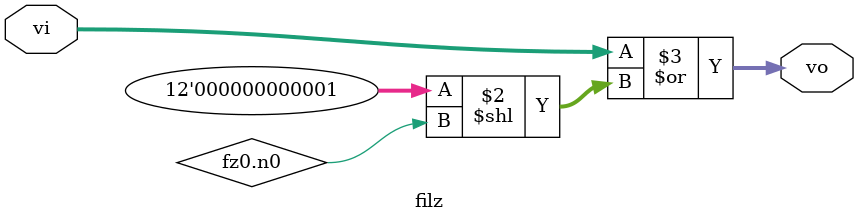
<source format=v>
module QUEEN(
    //Input Port
    clk,
    rst_n,

    in_valid,
    col,
    row,

    in_valid_num,
    in_num,

    out_valid,
    out,

    );

input               clk, rst_n, in_valid,in_valid_num;
input       [3:0]   col,row;
input       [2:0]   in_num;

output reg          out_valid;
output reg  [3:0]   out;

//==============================================//
//             Parameter and Integer            //
//==============================================//

parameter idle = 3'd0;
parameter init = 3'd1;
parameter dots = 3'd2;
parameter find = 3'd3;
parameter over = 3'd5;

//==============================================//
//                 reg declaration              //
//==============================================//

reg [2:0] cst, nst;
reg [11:0] mdot [11:0]; // dot map
reg rfok; // state find ok 1: go dots, 2: go back, 3: go over;
reg rinok; // if input number is fix
reg bakf;
reg [31:0] r0;
reg [3:0] ricol;
reg [3:0] rirow;
reg [2:0] rinum;
reg roval;
reg [3:0] roout;
reg [3:0] icol [5:0]; // input data
reg [3:0] irow [5:0];
reg [2:0] inum; // input number
reg [3:0] pcol [10:0]; // position
reg [3:0] prow [10:0];
reg [3:0] pnum; // position counter
reg [3:0] rdot [11:0]; // additional dots 
wire [3:0] w0 [11:0];
wire [3:0] wfz;
wire [23:0] wicol;
wire [23:0] wirow;
wire [43:0] wpcol;
wire [43:0] wprow;
wire [47:0] wrdot;
wire [3:0] wrtoo [11:0];
wire [3:0] wover;
wire [3:0] wpnso;

//==============================================//
//            FSM State Declaration             //
//==============================================//
//current_state

//next_state

always @(posedge clk or negedge rst_n) begin
    if(!rst_n) begin
        cst <= idle; // reset everything
        ricol <= 4'b0;
        rirow <= 4'b0;
        rinum <= 3'b0;
        out_valid <= 1'b0;
        out <= 4'b0;
    end
    else begin
        cst <= nst;
        ricol <= col;
        rirow <= row;
        rinum <= in_num;
        out_valid <= roval;
        out <= roout;
    end
end

always @(*) begin
    case(cst)
    idle:
    if(!rst_n) begin
        nst <= idle;
    end
    else if(in_valid) begin
        nst <= init;
    end
    else begin
        nst <= idle;
    end

    init:
    if(!rst_n) begin
        nst <= idle;
    end
    else if(in_valid) begin
        nst <= init;
    end
    else begin
        nst <= dots;
    end

    dots:
    if(!rst_n) begin
        nst <= idle;
    end
    else begin
        nst <= find;
    end

    find:
    if(!rst_n) begin
        nst <= idle;
    end
    else if(rfok) begin 
        nst <= over;
    end
    else begin
        nst <= dots;
    end

    over:
    if(!rst_n) begin
        nst <= idle;
    end
    else if(r0 == 4'd11) begin
        nst <= idle;
    end
    else begin
        nst <= over;
    end

    default:
    nst <= idle;
    endcase
end

always @(posedge clk or negedge rst_n) begin
    if(!rst_n) begin
        mdot[0] <= 12'b0; mdot[1] <= 12'b0; mdot[2] <= 12'b0; mdot[3] <= 12'b0;
        mdot[4] <= 12'b0; mdot[5] <= 12'b0; mdot[6] <= 12'b0; mdot[7] <= 12'b0;
        mdot[8] <= 12'b0; mdot[9] <= 12'b0; mdot[10] <= 12'b0; mdot[11] <= 12'b0;
        rfok <= 1'b0;
        rinok <= 1'b0;
        bakf <= 1'b0;
        r0 <= 32'b0;
        icol[0] <= 4'd15; icol[1] <= 4'd15; icol[2] <= 4'd15;
        icol[3] <= 4'd15; icol[4] <= 4'd15; icol[5] <= 4'd15;
        irow[0] <= 4'd15; irow[1] <= 4'd15; irow[2] <= 4'd15;
        irow[3] <= 4'd15; irow[4] <= 4'd15; irow[5] <= 4'd15;
        inum <= 3'b0;
        pcol[0] <= 4'd15; pcol[1] <= 4'd15; pcol[2] <= 4'd15; pcol[3] <= 4'd15;
        pcol[4] <= 4'd15; pcol[5] <= 4'd15; pcol[6] <= 4'd15; pcol[7] <= 4'd15;
        pcol[8] <= 4'd15; pcol[9] <= 4'd15; pcol[10] <= 4'd15;
        prow[0] <= 4'd15; prow[1] <= 4'd15; prow[2] <= 4'd15; prow[3] <= 4'd15;
        prow[4] <= 4'd15; prow[5] <= 4'd15; prow[6] <= 4'd15; prow[7] <= 4'd15;
        prow[8] <= 4'd15; prow[9] <= 4'd15; prow[10] <= 4'd15;
        pnum <= 4'b0;
        rdot[0] <= 4'b0; rdot[1] <= 4'b0; rdot[2] <= 4'b0; rdot[3] <= 4'b0;
        rdot[4] <= 4'b0; rdot[5] <= 4'b0; rdot[6] <= 4'b0; rdot[7] <= 4'b0;
        rdot[8] <= 4'b0; rdot[9] <= 4'b0; rdot[10] <= 4'b0; rdot[11] <= 4'b0;
        roval <= 1'b0;
        roout <= 4'b0;
    end
    else if(cst == init) begin
        if(rinok) ;
        else begin
            inum <= rinum;
            r0 <= 32'd0;
            rinok <= 1'b1;
        end
        icol[r0] <= ricol;
        irow[r0] <= rirow;
        r0 <= r0 + 32'd1;
    end
    else if(cst == dots) begin
        mdot[0] <= rtom0.wout[11:0];
        mdot[1] <= rtom0.wout[23:12];
        mdot[2] <= rtom0.wout[35:24];
        mdot[3] <= rtom0.wout[47:36];
        mdot[4] <= rtom0.wout[59:48];
        mdot[5] <= rtom0.wout[71:60];
        mdot[6] <= rtom0.wout[83:72];
        mdot[7] <= rtom0.wout[95:84];
        mdot[8] <= rtom0.wout[107:96];
        mdot[9] <= rtom0.wout[119:108];
        mdot[10] <= rtom0.wout[131:120];
        mdot[11] <= rtom0.wout[143:132];
    end
    else if(cst == find) begin
        if(wover == 4'd12) begin
                r0 <= 32'd0;
                rfok <= 1'b1;
        end
        else if(wfz == 4'd15) begin
            rdot[pcol[wpnso]] <= (rdot[pcol[wpnso]] + 4'b1);
            rdot[pcol[pnum]] <= (bakf)?4'b0:rdot[pcol[pnum]];
            pnum <= wpnso;
            bakf <= 1'b1;
            rfok <= 1'b0;
        end
        else begin
            pcol[pnum] <= fz0.n0;
            prow[pnum] <= wfz;
            pnum <= pnum + 1;
            rfok <= 1'b0;
            bakf <= 1'b0;
        end
    end
    else if (cst == over) begin
        roval <= 1'b1;
        r0 <= r0 + 32'b1;
        roout <= wrtoo[r0];
    end
    else begin
        rfok <= 1'b0;
        rinok <= 1'b0;
        bakf <= 1'b0;
        r0 <= 32'b0;
        icol[0] <= 4'd15; icol[1] <= 4'd15; icol[2] <= 4'd15;
        icol[3] <= 4'd15; icol[4] <= 4'd15; icol[5] <= 4'd15;
        irow[0] <= 4'd15; irow[1] <= 4'd15; irow[2] <= 4'd15;
        irow[3] <= 4'd15; irow[4] <= 4'd15; irow[5] <= 4'd15;
        inum <= 3'b0;
        pcol[0] <= 4'd15; pcol[1] <= 4'd15; pcol[2] <= 4'd15; pcol[3] <= 4'd15;
        pcol[4] <= 4'd15; pcol[5] <= 4'd15; pcol[6] <= 4'd15; pcol[7] <= 4'd15;
        pcol[8] <= 4'd15; pcol[9] <= 4'd15; pcol[10] <= 4'd15;
        prow[0] <= 4'd15; prow[1] <= 4'd15; prow[2] <= 4'd15; prow[3] <= 4'd15;
        prow[4] <= 4'd15; prow[5] <= 4'd15; prow[6] <= 4'd15; prow[7] <= 4'd15;
        prow[8] <= 4'd15; prow[9] <= 4'd15; prow[10] <= 4'd15;
        pnum <= 4'b0;
        rdot[0] <= 4'b0; rdot[1] <= 4'b0; rdot[2] <= 4'b0; rdot[3] <= 4'b0;
        rdot[4] <= 4'b0; rdot[5] <= 4'b0; rdot[6] <= 4'b0; rdot[7] <= 4'b0;
        rdot[8] <= 4'b0; rdot[9] <= 4'b0; rdot[10] <= 4'b0; rdot[11] <= 4'b0;
        roval <= 1'b0;
        roout <= 4'b0;
    end
end

//==============================================//
//                  Input Block                 //
//==============================================//

ptom rtom0(.wicol(wicol), .wirow(wirow), .inum(inum), .wpcol(wpcol), .wprow(wprow), .pnum(pnum), .wrdot(wrdot), .wout());
ptor ptor0(.wicol(wicol), .inum(inum), .wpcol(wpcol), .pnum(pnum), .rcol());
fz fz0(.rc(ptor0.rcol), .n0());
genvar i10;
generate
    for(i10 = 0; i10 < 12; i10 = i10+1) begin: fl10
        fz fz1(.rc(mdot[i10]), .n0());
        assign w0[i10] = fz1.n0;
    end
endgenerate
assign wfz = w0[fz0.n0];
ptoo rtoo0(.wicol(wicol), .wirow(wirow), .inum(inum), .wpcol(wpcol), .wprow(wprow), .pnum(pnum), .wout());
assign wicol[3:0]   = icol[0]; assign wicol[7:4]   = icol[1]; assign wicol[11:8]  = icol[2];
assign wicol[15:12] = icol[3]; assign wicol[19:16] = icol[4]; assign wicol[23:20] = icol[5];
assign wirow[3:0]   = irow[0]; assign wirow[7:4]   = irow[1]; assign wirow[11:8]  = irow[2];
assign wirow[15:12] = irow[3]; assign wirow[19:16] = irow[4]; assign wirow[23:20] = irow[5];
assign wpcol[3:0]   = pcol[0]; assign wpcol[7:4]   = pcol[1]; assign wpcol[11:8]  = pcol[2]; assign wpcol[15:12] = pcol[3];
assign wpcol[19:16] = pcol[4]; assign wpcol[23:20] = pcol[5]; assign wpcol[27:24] = pcol[6]; assign wpcol[31:28] = pcol[7];
assign wpcol[35:32] = pcol[8]; assign wpcol[39:36] = pcol[9]; assign wpcol[43:40] = pcol[10];
assign wprow[3:0]   = prow[0]; assign wprow[7:4]   = prow[1]; assign wprow[11:8]  = prow[2]; assign wprow[15:12] = prow[3];
assign wprow[19:16] = prow[4]; assign wprow[23:20] = prow[5]; assign wprow[27:24] = prow[6]; assign wprow[31:28] = prow[7];
assign wprow[35:32] = prow[8]; assign wprow[39:36] = prow[9]; assign wprow[43:40] = prow[10];
assign wrdot[3:0]   = rdot[0]; assign wrdot[7:4]   = rdot[1]; assign wrdot[11:8]  = rdot[2]; assign wrdot[15:12] = rdot[3];
assign wrdot[19:16] = rdot[4]; assign wrdot[23:20] = rdot[5]; assign wrdot[27:24] = rdot[6]; assign wrdot[31:28] = rdot[7];
assign wrdot[35:32] = rdot[8]; assign wrdot[39:36] = rdot[9]; assign wrdot[43:40] = rdot[10]; assign wrdot[47:44] = rdot[11];
assign wrtoo[0] = rtoo0.wout[3:0]; assign wrtoo[1] =   rtoo0.wout[7:4]; assign wrtoo[2] =  rtoo0.wout[11:8]; assign wrtoo[3] = rtoo0.wout[15:12];
assign wrtoo[4] = rtoo0.wout[19:16]; assign wrtoo[5] = rtoo0.wout[23:20]; assign wrtoo[6] = rtoo0.wout[27:24]; assign wrtoo[7] = rtoo0.wout[31:28];
assign wrtoo[8] = rtoo0.wout[35:32]; assign wrtoo[9] = rtoo0.wout[39:36]; assign wrtoo[10] = rtoo0.wout[43:40]; assign wrtoo[11] = rtoo0.wout[47:44];
assign wover = {1'b0, inum} + pnum;
assign wpnso = pnum - 4'b1;
//GOOD LUCKY

endmodule 

module fz(rc, n0);
input wire [11:0] rc;
output reg [3:0] n0;

always @(*) begin
if(!rc[0])      n0 <= 4'd0;
else if(!rc[1]) n0 <= 4'd1;
else if(!rc[2]) n0 <= 4'd2;
else if(!rc[3]) n0 <= 4'd3;
else if(!rc[4]) n0 <= 4'd4;
else if(!rc[5]) n0 <= 4'd5;
else if(!rc[6]) n0 <= 4'd6;
else if(!rc[7]) n0 <= 4'd7;
else if(!rc[8]) n0 <= 4'd8;
else if(!rc[9]) n0 <= 4'd9;
else if(!rc[10]) n0 <= 4'd10;
else if(!rc[11]) n0 <= 4'd11;
else            n0 <= 4'd15;
end
endmodule

module ptor(wicol, inum, wpcol, pnum, rcol);
input wire [23:0] wicol;
input wire [43:0] wpcol;
input wire [2:0] inum;
input wire [3:0] pnum;
output wire [11:0] rcol;

wire [6:0] w0;
wire [11:0] w1;
wire [3:0] icol [5:0];
wire [3:0] pcol [10:0];
assign w0 = (7'b1 << inum) - 1; // decode
assign w1 = (11'b1 << pnum) - 1;
assign icol[0] =   wicol[3:0]; assign icol[1] =   wicol[7:4]; assign icol[2] =  wicol[11:8];
assign icol[3] = wicol[15:12]; assign icol[4] = wicol[19:16]; assign icol[5] = wicol[23:20];
assign pcol[0] =   wpcol[3:0]; assign pcol[1] =   wpcol[7:4]; assign pcol[2] =  wpcol[11:8]; assign pcol[3] = wpcol[15:12];
assign pcol[4] = wpcol[19:16]; assign pcol[5] = wpcol[23:20]; assign pcol[6] = wpcol[27:24]; assign pcol[7] = wpcol[31:28];
assign pcol[8] = wpcol[35:32]; assign pcol[9] = wpcol[39:36]; assign pcol[10] = wpcol[43:40];
genvar i0, i1, i2;
generate
    for(i0 = 0; i0 < 12; i0 = i0+1) begin: ptor_fl0
        wire [5:0] w2;
        wire [10:0] w3;
        for(i1 = 0; i1 < 6; i1 = i1+1) begin: ptor_fl1
            assign w2[i1] = (icol[i1] == i0) && w0[i1];
        end
        for(i2 = 0; i2 < 11; i2 = i2+1) begin: ptor_fl2
            assign w3[i2] = (pcol[i2] == i0) && w1[i2];
        end
        assign rcol[i0] = w2[0]||w2[1]||w2[2]||w2[3]||w2[4]||w2[5]||w3[0]||w3[1]||w3[2]||w3[3]||w3[4]||w3[5]||w3[6]||w3[7]||w3[8]||w3[9]||w3[10];
    end
endgenerate
endmodule

module ptoo(wicol, wirow, inum, wpcol, wprow, pnum, wout);
input wire [23:0] wirow, wicol;
input wire [43:0] wprow, wpcol;
input wire [2:0] inum;
input wire [3:0] pnum;
output wire [47:0] wout;

wire [3:0] icol [5:0];
wire [3:0] irow [5:0];
wire [3:0] pcol [10:0];
wire [3:0] prow [10:0];
wire [3:0] rout [11:0];
assign icol[0] =   wicol[3:0]; assign icol[1] =   wicol[7:4]; assign icol[2] =  wicol[11:8];
assign icol[3] = wicol[15:12]; assign icol[4] = wicol[19:16]; assign icol[5] = wicol[23:20];
assign irow[0] =   wirow[3:0]; assign irow[1] =   wirow[7:4]; assign irow[2] =  wirow[11:8];
assign irow[3] = wirow[15:12]; assign irow[4] = wirow[19:16]; assign irow[5] = wirow[23:20];
assign pcol[0] =   wpcol[3:0]; assign pcol[1] =   wpcol[7:4]; assign pcol[2] =  wpcol[11:8]; assign pcol[3] = wpcol[15:12];
assign pcol[4] = wpcol[19:16]; assign pcol[5] = wpcol[23:20]; assign pcol[6] = wpcol[27:24]; assign pcol[7] = wpcol[31:28];
assign pcol[8] = wpcol[35:32]; assign pcol[9] = wpcol[39:36]; assign pcol[10] = wpcol[43:40];
assign prow[0] =   wprow[3:0]; assign prow[1] =   wprow[7:4]; assign prow[2] =  wprow[11:8]; assign prow[3] = wprow[15:12];
assign prow[4] = wprow[19:16]; assign prow[5] = wprow[23:20]; assign prow[6] = wprow[27:24]; assign prow[7] = wprow[31:28];
assign prow[8] = wprow[35:32]; assign prow[9] = wprow[39:36]; assign prow[10] = wprow[43:40];
assign wout[3:0]   = rout[0]; assign wout[7:4]   = rout[1]; assign wout[11:8]  = rout[2]; assign wout[15:12] = rout[3];
assign wout[19:16] = rout[4]; assign wout[23:20] = rout[5]; assign wout[27:24] = rout[6]; assign wout[31:28] = rout[7];
assign wout[35:32] = rout[8]; assign wout[39:36] = rout[9]; assign wout[43:40] = rout[10]; assign wout[47:44] = rout[11];
wire [6:0] w0;
wire [11:0] w1;
reg [11:0] m0 [11:0];
assign w0 = (7'b1 << inum) - 1; // decode
assign w1 = (11'b1 << pnum) - 1;
genvar i3, i4;
generate
    for(i3 = 0; i3 < 12; i3 = i3+1) begin: rtoo_fl3
        wire [3:0] wm [11:0];
        for(i4 = 0; i4 < 12; i4 = i4+1) begin: rtoo_fl4
            always @(*) begin
            if     (i3 == icol[0] && i4 == irow[0] && w0[0]) m0[i3][i4] <= 1'b1;
            else if(i3 == icol[1] && i4 == irow[1] && w0[1]) m0[i3][i4] <= 1'b1;
            else if(i3 == icol[2] && i4 == irow[2] && w0[2]) m0[i3][i4] <= 1'b1;
            else if(i3 == icol[3] && i4 == irow[3] && w0[3]) m0[i3][i4] <= 1'b1;
            else if(i3 == icol[4] && i4 == irow[4] && w0[4]) m0[i3][i4] <= 1'b1;
            else if(i3 == icol[5] && i4 == irow[5] && w0[5]) m0[i3][i4] <= 1'b1;
            else if(i3 == pcol[0] && i4 == prow[0] && w1[0]) m0[i3][i4] <= 1'b1;
            else if(i3 == pcol[1] && i4 == prow[1] && w1[1]) m0[i3][i4] <= 1'b1;
            else if(i3 == pcol[2] && i4 == prow[2] && w1[2]) m0[i3][i4] <= 1'b1;
            else if(i3 == pcol[3] && i4 == prow[3] && w1[3]) m0[i3][i4] <= 1'b1;
            else if(i3 == pcol[4] && i4 == prow[4] && w1[4]) m0[i3][i4] <= 1'b1;
            else if(i3 == pcol[5] && i4 == prow[5] && w1[5]) m0[i3][i4] <= 1'b1;
            else if(i3 == pcol[6] && i4 == prow[6] && w1[6]) m0[i3][i4] <= 1'b1;
            else if(i3 == pcol[7] && i4 == prow[7] && w1[7]) m0[i3][i4] <= 1'b1;
            else if(i3 == pcol[8] && i4 == prow[8] && w1[8]) m0[i3][i4] <= 1'b1;
            else if(i3 == pcol[9] && i4 == prow[9] && w1[9]) m0[i3][i4] <= 1'b1;
            else if(i3 == pcol[10] && i4 == prow[10] && w1[10]) m0[i3][i4] <= 1'b1;
            else m0[i3][i4] <= 1'b0;
            end
            assign wm[i4] = (m0[i3][i4])?i4:4'b0; // encode
        end
        assign rout[i3] = wm[0]|wm[1]|wm[2]|wm[3]|wm[4]|wm[5]|wm[6]|wm[7]|wm[8]|wm[9]|wm[10]|wm[11];
    end
endgenerate
endmodule

module ptom(wicol, wirow, inum, wpcol, wprow, pnum, wrdot, wout);
input wire [23:0] wirow, wicol;
input wire [43:0] wprow, wpcol;
input wire [2:0] inum;
input wire [3:0] pnum;
input wire [47:0] wrdot;
output wire [143:0] wout;

wire [3:0] icol [5:0];
wire [3:0] irow [5:0];
wire [3:0] pcol [10:0];
wire [3:0] prow [10:0];
wire [3:0] rdot [11:0];
wire [11:0] rout [11:0];
assign icol[0] =   wicol[3:0]; assign icol[1] =   wicol[7:4]; assign icol[2] =  wicol[11:8];
assign icol[3] = wicol[15:12]; assign icol[4] = wicol[19:16]; assign icol[5] = wicol[23:20];
assign irow[0] =   wirow[3:0]; assign irow[1] =   wirow[7:4]; assign irow[2] =  wirow[11:8];
assign irow[3] = wirow[15:12]; assign irow[4] = wirow[19:16]; assign irow[5] = wirow[23:20];
assign pcol[0] =   wpcol[3:0]; assign pcol[1] =   wpcol[7:4]; assign pcol[2] =  wpcol[11:8]; assign pcol[3] = wpcol[15:12];
assign pcol[4] = wpcol[19:16]; assign pcol[5] = wpcol[23:20]; assign pcol[6] = wpcol[27:24]; assign pcol[7] = wpcol[31:28];
assign pcol[8] = wpcol[35:32]; assign pcol[9] = wpcol[39:36]; assign pcol[10] = wpcol[43:40];
assign prow[0] =   wprow[3:0]; assign prow[1] =   wprow[7:4]; assign prow[2] =  wprow[11:8]; assign prow[3] = wprow[15:12];
assign prow[4] = wprow[19:16]; assign prow[5] = wprow[23:20]; assign prow[6] = wprow[27:24]; assign prow[7] = wprow[31:28];
assign prow[8] = wprow[35:32]; assign prow[9] = wprow[39:36]; assign prow[10] = wprow[43:40];
assign rdot[0] =   wrdot[3:0]; assign rdot[1] =   wrdot[7:4]; assign rdot[2] =  wrdot[11:8]; assign rdot[3] = wrdot[15:12];
assign rdot[4] = wrdot[19:16]; assign rdot[5] = wrdot[23:20]; assign rdot[6] = wrdot[27:24]; assign rdot[7] = wrdot[31:28];
assign rdot[8] = wrdot[35:32]; assign rdot[9] = wrdot[39:36]; assign rdot[10] = wrdot[43:40]; assign rdot[11] = wrdot[47:44];
assign wout[11:0]   = rout[0]; assign wout[23:12]   = rout[1]; assign wout[35:24]   = rout[2]; assign wout[47:36]    = rout[3];
assign wout[59:48]  = rout[4]; assign wout[71:60]   = rout[5]; assign wout[83:72]   = rout[6]; assign wout[95:84]    = rout[7];
assign wout[107:96] = rout[8]; assign wout[119:108] = rout[9]; assign wout[131:120] = rout[10]; assign wout[143:132] = rout[11];
wire [6:0] w0;
wire [11:0] w1;
assign w0 = (7'b1 << inum) - 1; // decode
assign w1 = (11'b1 << pnum) - 1;
genvar i5, i6, i7, i8, i9;
generate
    for(i5 = 0; i5 < 12; i5 = i5+1) begin: rtom_fl5
        wire [11:0] mw [11:0];
        for(i6 = 0; i6 < 12; i6 = i6+1) begin: rtom_fl6
            wire [5:0] w2;
            wire [10:0] w3;
            for(i7 = 0; i7 < 6; i7 = i7+1) begin: rtom_fl7
                wire [4:0] w4;
                wire [4:0] w5;
                assign w4 = {1'b0, icol[i7]} - i5;
                assign w5 = {1'b0, irow[i7]} - i6;
                abs5 ac(.wi(w4), .wo());
                abs5 ar(.wi(w5), .wo());
                assign w2[i7] = ((i5 == icol[i7])||(i6 == irow[i7])||(ac.wo == ar.wo))&&w0[i7];
            end
            for(i8 = 0; i8 < 11; i8 = i8+1) begin: rtom_fl8
                wire [4:0] w6;
                wire [4:0] w7;
                assign w6 = {1'b0, pcol[i8]} - i5;
                assign w7 = {1'b0, prow[i8]} - i6;
                abs5 ac(.wi(w6), .wo());
                abs5 ar(.wi(w7), .wo());
                assign w3[i8] = ((i5 == pcol[i8])||(i6 == prow[i8])||(ac.wo == ar.wo))&&w1[i8];
            end
            assign mw[0][i6] = w2[0]||w2[1]||w2[2]||w2[3]||w2[4]||w2[5]||w3[0]||w3[1]||w3[2]||w3[3]||w3[4]||w3[5]||w3[6]||w3[7]||w3[8]||w3[9]||w3[10];
        end
        for(i9 = 0; i9 < 11; i9 = i9+1) begin: rtom_fl9
            filz filz0(.vi(mw[i9]), .vo());
            assign mw[i9+1] = filz0.vo;
        end
        assign rout[i5] = mw[rdot[i5]];
    end
endgenerate
endmodule

module abs5(wi, wo);
input wire [4:0] wi;
output wire [4:0] wo;
assign wo = (wi[4])?((~wi)+1):wi;
endmodule

module filz(vi, vo); // fill a zero
input wire [11:0] vi;
output wire [11:0] vo;
fz fz0(.rc(vi), .n0());
assign vo = (fz0.n0 == 4'd15)?(12'd4095):(vi | (12'b1 << fz0.n0));
endmodule

</source>
